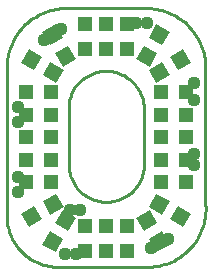
<source format=gts>
G75*
%MOIN*%
%OFA0B0*%
%FSLAX24Y24*%
%IPPOS*%
%LPD*%
%AMOC8*
5,1,8,0,0,1.08239X$1,22.5*
%
%ADD10C,0.0100*%
%ADD11R,0.0512X0.0512*%
%ADD12R,0.0512X0.0512*%
%ADD13C,0.0437*%
D10*
X002329Y004017D02*
X002329Y008954D01*
X002325Y009041D01*
X002326Y009129D01*
X002330Y009216D01*
X002338Y009303D01*
X002349Y009390D01*
X002365Y009476D01*
X002384Y009561D01*
X002407Y009646D01*
X002433Y009729D01*
X002463Y009811D01*
X002497Y009892D01*
X002534Y009971D01*
X002575Y010048D01*
X002619Y010124D01*
X002666Y010197D01*
X002716Y010269D01*
X002770Y010338D01*
X002826Y010405D01*
X002886Y010469D01*
X002948Y010531D01*
X003012Y010590D01*
X003079Y010646D01*
X003149Y010699D01*
X003221Y010749D01*
X003295Y010795D01*
X003370Y010839D01*
X003448Y010879D01*
X003527Y010916D01*
X003608Y010949D01*
X003691Y010979D01*
X003774Y011005D01*
X003859Y011027D01*
X003944Y011046D01*
X004030Y011061D01*
X004117Y011072D01*
X004204Y011079D01*
X006892Y011079D01*
X006891Y011079D02*
X006979Y011080D01*
X007066Y011077D01*
X007153Y011070D01*
X007240Y011059D01*
X007326Y011045D01*
X007411Y011027D01*
X007496Y011005D01*
X007579Y010980D01*
X007662Y010951D01*
X007743Y010918D01*
X007822Y010882D01*
X007900Y010842D01*
X007976Y010799D01*
X008050Y010753D01*
X008122Y010704D01*
X008192Y010651D01*
X008259Y010596D01*
X008324Y010537D01*
X008386Y010476D01*
X008446Y010412D01*
X008503Y010346D01*
X008556Y010277D01*
X008607Y010206D01*
X008655Y010133D01*
X008699Y010058D01*
X008740Y009981D01*
X008778Y009902D01*
X008812Y009822D01*
X008843Y009740D01*
X008870Y009657D01*
X008893Y009573D01*
X008913Y009488D01*
X008929Y009402D01*
X008941Y009316D01*
X008949Y009229D01*
X008954Y009142D01*
X008954Y004517D01*
X008955Y004517D02*
X008959Y004430D01*
X008958Y004343D01*
X008954Y004256D01*
X008946Y004169D01*
X008934Y004083D01*
X008918Y003997D01*
X008899Y003912D01*
X008875Y003828D01*
X008848Y003745D01*
X008817Y003664D01*
X008783Y003584D01*
X008745Y003505D01*
X008703Y003429D01*
X008658Y003354D01*
X008610Y003281D01*
X008559Y003211D01*
X008504Y003143D01*
X008447Y003078D01*
X008386Y003015D01*
X008323Y002955D01*
X008257Y002898D01*
X008189Y002844D01*
X008118Y002792D01*
X008045Y002745D01*
X007971Y002700D01*
X007894Y002659D01*
X007815Y002622D01*
X007735Y002588D01*
X007653Y002557D01*
X007570Y002530D01*
X007486Y002507D01*
X007401Y002488D01*
X007315Y002473D01*
X007229Y002462D01*
X007142Y002454D01*
X007204Y002454D02*
X004204Y002454D01*
X004122Y002449D01*
X004040Y002447D01*
X003958Y002449D01*
X003876Y002456D01*
X003795Y002466D01*
X003714Y002480D01*
X003633Y002498D01*
X003554Y002519D01*
X003476Y002545D01*
X003399Y002574D01*
X003324Y002606D01*
X003250Y002642D01*
X003178Y002682D01*
X003108Y002725D01*
X003040Y002772D01*
X002975Y002821D01*
X002912Y002874D01*
X002851Y002929D01*
X002793Y002988D01*
X002738Y003049D01*
X002686Y003112D01*
X002638Y003178D01*
X002592Y003246D01*
X002549Y003317D01*
X002510Y003389D01*
X002475Y003463D01*
X002443Y003539D01*
X002414Y003616D01*
X002390Y003694D01*
X002369Y003774D01*
X002352Y003854D01*
X002338Y003935D01*
X002329Y004017D01*
X004392Y005767D02*
X004392Y007892D01*
X004403Y007961D01*
X004418Y008028D01*
X004437Y008095D01*
X004459Y008161D01*
X004485Y008225D01*
X004514Y008288D01*
X004547Y008349D01*
X004583Y008408D01*
X004623Y008465D01*
X004665Y008520D01*
X004710Y008572D01*
X004759Y008622D01*
X004810Y008669D01*
X004863Y008713D01*
X004919Y008754D01*
X004977Y008792D01*
X005037Y008827D01*
X005098Y008858D01*
X005162Y008886D01*
X005227Y008911D01*
X005293Y008932D01*
X005360Y008949D01*
X005428Y008962D01*
X005496Y008972D01*
X005566Y008978D01*
X005635Y008980D01*
X005704Y008978D01*
X005773Y008973D01*
X005842Y008963D01*
X005910Y008950D01*
X005977Y008933D01*
X006043Y008913D01*
X006108Y008889D01*
X006172Y008861D01*
X006234Y008830D01*
X006294Y008795D01*
X006352Y008758D01*
X006408Y008717D01*
X006462Y008673D01*
X006513Y008626D01*
X006561Y008577D01*
X006607Y008524D01*
X006650Y008470D01*
X006689Y008413D01*
X006726Y008354D01*
X006759Y008293D01*
X006789Y008231D01*
X006815Y008167D01*
X006838Y008101D01*
X006857Y008034D01*
X006872Y007967D01*
X006884Y007898D01*
X006891Y007830D01*
X006892Y007829D02*
X006892Y005704D01*
X006891Y005704D02*
X006880Y005635D01*
X006865Y005568D01*
X006846Y005501D01*
X006824Y005435D01*
X006798Y005371D01*
X006769Y005308D01*
X006736Y005247D01*
X006700Y005188D01*
X006660Y005131D01*
X006618Y005076D01*
X006573Y005024D01*
X006524Y004974D01*
X006473Y004927D01*
X006420Y004883D01*
X006364Y004842D01*
X006306Y004804D01*
X006246Y004769D01*
X006185Y004738D01*
X006121Y004710D01*
X006056Y004685D01*
X005990Y004664D01*
X005923Y004647D01*
X005855Y004634D01*
X005787Y004624D01*
X005717Y004618D01*
X005648Y004616D01*
X005579Y004618D01*
X005510Y004623D01*
X005441Y004633D01*
X005373Y004646D01*
X005306Y004663D01*
X005240Y004683D01*
X005175Y004707D01*
X005111Y004735D01*
X005049Y004766D01*
X004989Y004801D01*
X004931Y004838D01*
X004875Y004879D01*
X004821Y004923D01*
X004770Y004970D01*
X004722Y005019D01*
X004676Y005072D01*
X004633Y005126D01*
X004594Y005183D01*
X004557Y005242D01*
X004524Y005303D01*
X004494Y005365D01*
X004468Y005429D01*
X004445Y005495D01*
X004426Y005562D01*
X004411Y005629D01*
X004399Y005698D01*
X004392Y005766D01*
D11*
X003805Y006017D03*
X003805Y006767D03*
X003805Y007517D03*
X003805Y008267D03*
X002978Y008267D03*
X002978Y007517D03*
X002978Y006767D03*
X002978Y006017D03*
X002978Y005267D03*
X003805Y005267D03*
X004954Y003805D03*
X005642Y003805D03*
X006329Y003805D03*
X006329Y002978D03*
X005642Y002978D03*
X004954Y002978D03*
X007478Y005267D03*
X007478Y006017D03*
X007478Y006767D03*
X007478Y007517D03*
X007478Y008267D03*
X008305Y008267D03*
X008305Y007517D03*
X008305Y006767D03*
X008305Y006017D03*
X008305Y005267D03*
X006329Y009728D03*
X005642Y009728D03*
X004954Y009728D03*
X004954Y010555D03*
X005642Y010555D03*
X006329Y010555D03*
D12*
G36*
X007504Y009838D02*
X007062Y010094D01*
X007318Y010536D01*
X007760Y010280D01*
X007504Y009838D01*
G37*
G36*
X007090Y009122D02*
X006648Y009378D01*
X006904Y009820D01*
X007346Y009564D01*
X007090Y009122D01*
G37*
G36*
X007316Y008586D02*
X007060Y009028D01*
X007502Y009284D01*
X007758Y008842D01*
X007316Y008586D01*
G37*
G36*
X008032Y008999D02*
X007776Y009441D01*
X008218Y009697D01*
X008474Y009255D01*
X008032Y008999D01*
G37*
G36*
X004635Y009378D02*
X004193Y009122D01*
X003937Y009564D01*
X004379Y009820D01*
X004635Y009378D01*
G37*
G36*
X004224Y009028D02*
X003968Y008586D01*
X003526Y008842D01*
X003782Y009284D01*
X004224Y009028D01*
G37*
G36*
X003508Y009441D02*
X003252Y008999D01*
X002810Y009255D01*
X003066Y009697D01*
X003508Y009441D01*
G37*
G36*
X004221Y010094D02*
X003779Y009838D01*
X003523Y010280D01*
X003965Y010536D01*
X004221Y010094D01*
G37*
G36*
X003968Y004885D02*
X004224Y004443D01*
X003782Y004187D01*
X003526Y004629D01*
X003968Y004885D01*
G37*
G36*
X003252Y004471D02*
X003508Y004029D01*
X003066Y003773D01*
X002810Y004215D01*
X003252Y004471D01*
G37*
G36*
X004193Y004349D02*
X004635Y004093D01*
X004379Y003651D01*
X003937Y003907D01*
X004193Y004349D01*
G37*
G36*
X003779Y003633D02*
X004221Y003377D01*
X003965Y002935D01*
X003523Y003191D01*
X003779Y003633D01*
G37*
G36*
X006648Y004093D02*
X007090Y004349D01*
X007346Y003907D01*
X006904Y003651D01*
X006648Y004093D01*
G37*
G36*
X007060Y004443D02*
X007316Y004885D01*
X007758Y004629D01*
X007502Y004187D01*
X007060Y004443D01*
G37*
G36*
X007776Y004029D02*
X008032Y004471D01*
X008474Y004215D01*
X008218Y003773D01*
X007776Y004029D01*
G37*
G36*
X007062Y003377D02*
X007504Y003633D01*
X007760Y003191D01*
X007318Y002935D01*
X007062Y003377D01*
G37*
D13*
X007142Y003079D03*
X007704Y003392D03*
X008579Y005829D03*
X008579Y006204D03*
X008579Y008017D03*
X008579Y008579D03*
X007017Y010579D03*
X006642Y010579D03*
X004142Y010392D03*
X003579Y010017D03*
X002704Y007767D03*
X002704Y007267D03*
X002704Y005454D03*
X002704Y004954D03*
X004454Y004329D03*
X004767Y004329D03*
X004642Y002892D03*
X004267Y002892D03*
M02*

</source>
